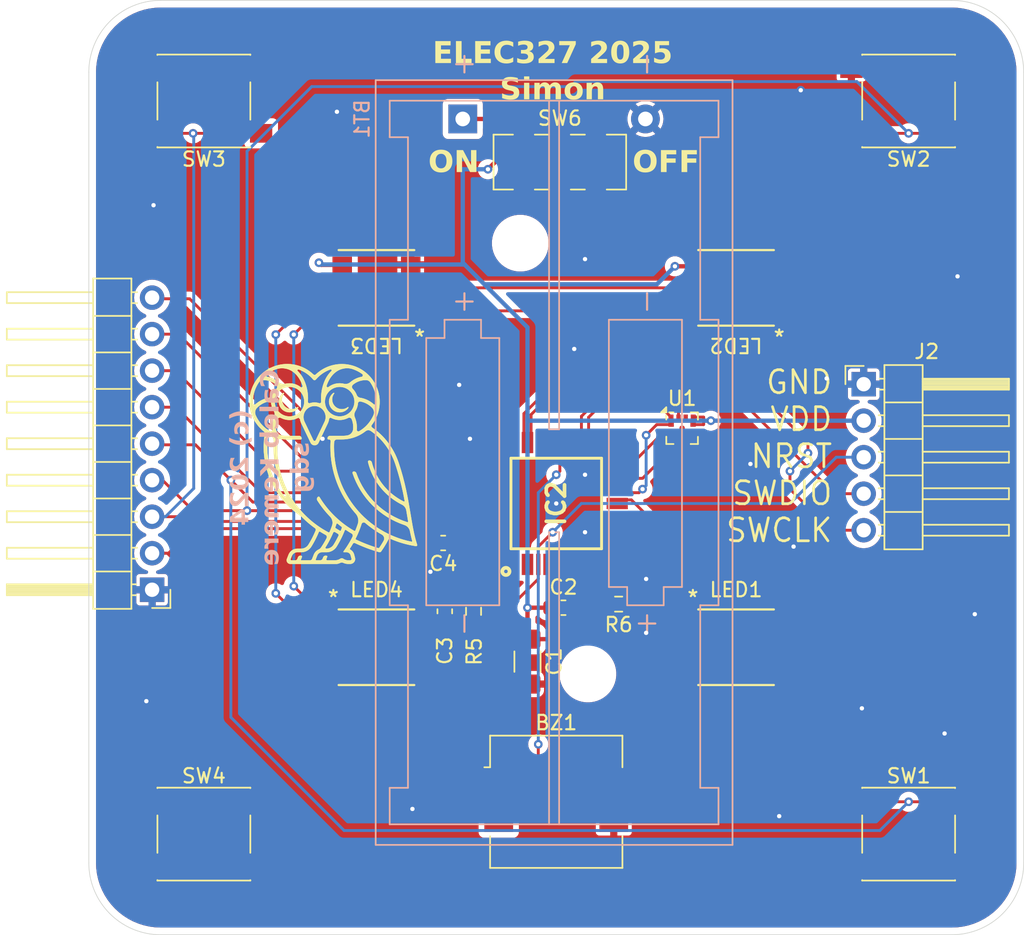
<source format=kicad_pcb>
(kicad_pcb (version 20240108) (generator "pcbnew") (generator_version "8.0")
  (layers (0 "F.Cu" signal) (31 "B.Cu" signal) (34 "B.Paste" user) (35 "F.Paste" user) (36 "B.SilkS" user "B.Silkscreen") (37 "F.SilkS" user "F.Silkscreen") (38 "B.Mask" user) (39 "F.Mask" user) (44 "Edge.Cuts" user))
  (net 0 "")
  (net 4 "SPI1_SCK")
  (net 5 "ACC_INT")
  (net 6 "VDD")
  (net 7 "GND")
  (net 8 "NRST")
  (net 9 "VCORE")
  (net 10 "ROSC")
  (net 11 "LED1_IO")
  (net 12 "LED2_IO")
  (net 13 "LED3_IO")
  (net 14 "LED4_IO")
  (net 15 "BUTTON1_IO")
  (net 16 "BUTTON2_IO")
  (net 17 "BUTTON3_IO")
  (net 18 "BUTTON4_IO")
  (net 19 "BUZZER_IO")
  (net 20 "SWDIO")
  (net 21 "SWCLK")
  (net 23 "SPI0_LED_SCK")
  (net 24 "SPI0_LED_PICO")
  (net 25 "Net-(LED1-COUT)")
  (net 26 "Net-(LED1-DOUT)")
  (net 27 "Net-(LED2-COUT)")
  (net 28 "Net-(LED2-DOUT)")
  (net 29 "Net-(LED3-DOUT)")
  (net 30 "Net-(LED3-COUT)")
  (net 33 "SPI1_POCI")
  (net 34 "SPI1_PICO")
  (net 35 "SPI1_CS0")
  (net 37 "Net-(BT1-+)")
  (footprint "ELEC327-Kicad:BL-HBGR32L-3-TRB-8_AMB" (layer "F.Cu") (at 70 80)
    (property "Reference" "LED4" (at 0 -4 0) (layer "F.SilkS"))
    (property "Value" "BL-HBGR32L-3-TRB-8")
    (fp_text user "*" (at -3 -3.4417 0) (layer "F.SilkS"))
    (pad "1" smd rect (at -2.38125 -1.6002) (size 1.3589 1.143) (layers "F.Cu" "F.Paste" "F.Mask") (net 29 "Net-(LED3-DOUT)"))
    (pad "2" smd rect (at -2.38125 0) (size 1.3589 1.143) (layers "F.Cu" "F.Paste" "F.Mask") (net 30 "Net-(LED3-COUT)"))
    (pad "3" smd rect (at -2.38125 1.6002) (size 1.3589 1.143) (layers "F.Cu" "F.Paste" "F.Mask") (net 7 "GND"))
    (pad "4" smd rect (at 2.38125 1.6002) (size 1.3589 1.143) (layers "F.Cu" "F.Paste" "F.Mask") (net 6 "VDD"))
    (pad "5" smd rect (at 2.38125 0) (size 1.3589 1.143) (layers "F.Cu" "F.Paste" "F.Mask"))
    (pad "6" smd rect (at 2.38125 -1.6002) (size 1.3589 1.143) (layers "F.Cu" "F.Paste" "F.Mask"))
  )
  (footprint "Buzzer_Beeper:Buzzer_CUI_CPT-9019S-SMT" (layer "F.Cu") (at 82.5 90.75)
    (property "Reference" "BZ1" (at 0 -5.5 0) (layer "F.SilkS"))
    (property "Value" "Buzzer")
    (pad "1" smd rect (at -4 0) (size 2 4.2) (layers "F.Cu" "F.Paste" "F.Mask") (net 19 "BUZZER_IO"))
    (pad "2" smd rect (at 4 0) (size 2 4.2) (layers "F.Cu" "F.Paste" "F.Mask") (net 7 "GND"))
  )
  (footprint "Connector_PinHeader_2.54mm:PinHeader_1x09_P2.54mm_Horizontal" (layer "F.Cu") (at 54.4 76 180)
    (property "Reference" "J1" (hide yes))
    (property "Value" "Conn_01x09")
    (pad "1" thru_hole rect (at 0 0 180) (size 1.7 1.7) (drill 1) (layers "*.Cu" "*.Mask") (net 7 "GND"))
    (pad "2" thru_hole oval (at 0 2.54 180) (size 1.7 1.7) (drill 1) (layers "*.Cu" "*.Mask") (net 18 "BUTTON4_IO"))
    (pad "3" thru_hole oval (at 0 5.08 180) (size 1.7 1.7) (drill 1) (layers "*.Cu" "*.Mask") (net 17 "BUTTON3_IO"))
    (pad "4" thru_hole oval (at 0 7.62 180) (size 1.7 1.7) (drill 1) (layers "*.Cu" "*.Mask") (net 16 "BUTTON2_IO"))
    (pad "5" thru_hole oval (at 0 10.16 180) (size 1.7 1.7) (drill 1) (layers "*.Cu" "*.Mask") (net 15 "BUTTON1_IO"))
    (pad "6" thru_hole oval (at 0 12.7 180) (size 1.7 1.7) (drill 1) (layers "*.Cu" "*.Mask") (net 14 "LED4_IO"))
    (pad "7" thru_hole oval (at 0 15.24 180) (size 1.7 1.7) (drill 1) (layers "*.Cu" "*.Mask") (net 13 "LED3_IO"))
    (pad "8" thru_hole oval (at 0 17.78 180) (size 1.7 1.7) (drill 1) (layers "*.Cu" "*.Mask") (net 12 "LED2_IO"))
    (pad "9" thru_hole oval (at 0 20.32 180) (size 1.7 1.7) (drill 1) (layers "*.Cu" "*.Mask") (net 11 "LED1_IO"))
  )
  (footprint "Button_Switch_SMD:SW_SPST_PTS645" (layer "F.Cu") (at 58 42 180)
    (property "Reference" "SW3" (at 0 -4.05 180) (layer "F.SilkS"))
    (property "Value" "SW_DPST")
    (pad "1" smd rect (at -3.98 -2.25 180) (size 1.55 1.3) (layers "F.Cu" "F.Paste" "F.Mask") (net 17 "BUTTON3_IO"))
    (pad "1" smd rect (at 3.98 -2.25 180) (size 1.55 1.3) (layers "F.Cu" "F.Paste" "F.Mask") (net 17 "BUTTON3_IO"))
    (pad "2" smd rect (at -3.98 2.25 180) (size 1.55 1.3) (layers "F.Cu" "F.Paste" "F.Mask") (net 7 "GND"))
    (pad "2" smd rect (at 3.98 2.25 180) (size 1.55 1.3) (layers "F.Cu" "F.Paste" "F.Mask") (net 7 "GND"))
  )
  (footprint "Connector_PinHeader_2.54mm:PinHeader_1x05_P2.54mm_Horizontal" (layer "F.Cu") (at 103.875 61.7)
    (property "Reference" "J2" (at 4.385 -2.27 0) (layer "F.SilkS"))
    (property "Value" "Conn_01x05")
    (pad "1" thru_hole rect (at 0 0) (size 1.7 1.7) (drill 1) (layers "*.Cu" "*.Mask") (net 7 "GND"))
    (pad "2" thru_hole oval (at 0 2.54) (size 1.7 1.7) (drill 1) (layers "*.Cu" "*.Mask") (net 6 "VDD"))
    (pad "3" thru_hole oval (at 0 5.08) (size 1.7 1.7) (drill 1) (layers "*.Cu" "*.Mask") (net 8 "NRST"))
    (pad "4" thru_hole oval (at 0 7.62) (size 1.7 1.7) (drill 1) (layers "*.Cu" "*.Mask") (net 20 "SWDIO"))
    (pad "5" thru_hole oval (at 0 10.16) (size 1.7 1.7) (drill 1) (layers "*.Cu" "*.Mask") (net 21 "SWCLK"))
  )
  (footprint "Capacitor_SMD:C_0603_1608Metric_Pad1.08x0.95mm_HandSolder" (layer "F.Cu") (at 83 77.25)
    (property "Reference" "C2" (at 0 -1.43 0) (layer "F.SilkS"))
    (property "Value" "0.1uF")
    (pad "1" smd roundrect (at -0.8625 0) (size 1.075 0.95) (layers "F.Cu" "F.Paste" "F.Mask") (net 6 "VDD"))
    (pad "2" smd roundrect (at 0.8625 0) (size 1.075 0.95) (layers "F.Cu" "F.Paste" "F.Mask") (net 7 "GND"))
  )
  (footprint "ELEC327-Kicad:QFP50P900X900X160-48N" (layer "F.Cu") (at 82.5 70 90)
    (property "Reference" "IC2" (at 0 0 90) (layer "F.SilkS") (effects (font (size 1.27 1.27) (thickness 0.254))))
    (property "Value" "MSPM0G3507SPTR" (hide yes))
    (pad "1" smd rect (at -4.238 -2.75 180) (size 0.3 1.475) (layers "F.Cu" "F.Paste" "F.Mask"))
    (pad "2" smd rect (at -4.238 -2.25 180) (size 0.3 1.475) (layers "F.Cu" "F.Paste" "F.Mask"))
    (pad "3" smd rect (at -4.238 -1.75 180) (size 0.3 1.475) (layers "F.Cu" "F.Paste" "F.Mask"))
    (pad "4" smd rect (at -4.238 -1.25 180) (size 0.3 1.475) (layers "F.Cu" "F.Paste" "F.Mask") (net 8 "NRST"))
    (pad "5" smd rect (at -4.238 -0.75 180) (size 0.3 1.475) (layers "F.Cu" "F.Paste" "F.Mask"))
    (pad "6" smd rect (at -4.238 -0.25 180) (size 0.3 1.475) (layers "F.Cu" "F.Paste" "F.Mask") (net 6 "VDD"))
    (pad "7" smd rect (at -4.238 0.25 180) (size 0.3 1.475) (layers "F.Cu" "F.Paste" "F.Mask") (net 7 "GND"))
    (pad "8" smd rect (at -4.238 0.75 180) (size 0.3 1.475) (layers "F.Cu" "F.Paste" "F.Mask") (net 10 "ROSC"))
    (pad "9" smd rect (at -4.238 1.25 180) (size 0.3 1.475) (layers "F.Cu" "F.Paste" "F.Mask"))
    (pad "10" smd rect (at -4.238 1.75 180) (size 0.3 1.475) (layers "F.Cu" "F.Paste" "F.Mask"))
    (pad "11" smd rect (at -4.238 2.25 180) (size 0.3 1.475) (layers "F.Cu" "F.Paste" "F.Mask"))
    (pad "12" smd rect (at -4.238 2.75 180) (size 0.3 1.475) (layers "F.Cu" "F.Paste" "F.Mask"))
    (pad "13" smd rect (at -2.75 4.238 90) (size 0.3 1.475) (layers "F.Cu" "F.Paste" "F.Mask"))
    (pad "14" smd rect (at -2.25 4.238 90) (size 0.3 1.475) (layers "F.Cu" "F.Paste" "F.Mask"))
    (pad "15" smd rect (at -1.75 4.238 90) (size 0.3 1.475) (layers "F.Cu" "F.Paste" "F.Mask"))
    (pad "16" smd rect (at -1.25 4.238 90) (size 0.3 1.475) (layers "F.Cu" "F.Paste" "F.Mask"))
    (pad "17" smd rect (at -0.75 4.238 90) (size 0.3 1.475) (layers "F.Cu" "F.Paste" "F.Mask") (net 24 "SPI0_LED_PICO"))
    (pad "18" smd rect (at -0.25 4.238 90) (size 0.3 1.475) (layers "F.Cu" "F.Paste" "F.Mask"))
    (pad "19" smd rect (at 0.25 4.238 90) (size 0.3 1.475) (layers "F.Cu" "F.Paste" "F.Mask") (net 23 "SPI0_LED_SCK"))
    (pad "20" smd rect (at 0.75 4.238 90) (size 0.3 1.475) (layers "F.Cu" "F.Paste" "F.Mask") (net 35 "SPI1_CS0"))
    (pad "21" smd rect (at 1.25 4.238 90) (size 0.3 1.475) (layers "F.Cu" "F.Paste" "F.Mask"))
    (pad "22" smd rect (at 1.75 4.238 90) (size 0.3 1.475) (layers "F.Cu" "F.Paste" "F.Mask") (net 34 "SPI1_PICO"))
    (pad "23" smd rect (at 2.25 4.238 90) (size 0.3 1.475) (layers "F.Cu" "F.Paste" "F.Mask"))
    (pad "24" smd rect (at 2.75 4.238 90) (size 0.3 1.475) (layers "F.Cu" "F.Paste" "F.Mask") (net 33 "SPI1_POCI"))
    (pad "25" smd rect (at 4.238 2.75 180) (size 0.3 1.475) (layers "F.Cu" "F.Paste" "F.Mask"))
    (pad "26" smd rect (at 4.238 2.25 180) (size 0.3 1.475) (layers "F.Cu" "F.Paste" "F.Mask") (net 4 "SPI1_SCK"))
    (pad "27" smd rect (at 4.238 1.75 180) (size 0.3 1.475) (layers "F.Cu" "F.Paste" "F.Mask") (net 5 "ACC_INT"))
    (pad "28" smd rect (at 4.238 1.25 180) (size 0.3 1.475) (layers "F.Cu" "F.Paste" "F.Mask"))
    (pad "29" smd rect (at 4.238 0.75 180) (size 0.3 1.475) (layers "F.Cu" "F.Paste" "F.Mask"))
    (pad "30" smd rect (at 4.238 0.25 180) (size 0.3 1.475) (layers "F.Cu" "F.Paste" "F.Mask") (net 19 "BUZZER_IO"))
    (pad "31" smd rect (at 4.238 -0.25 180) (size 0.3 1.475) (layers "F.Cu" "F.Paste" "F.Mask"))
    (pad "32" smd rect (at 4.238 -0.75 180) (size 0.3 1.475) (layers "F.Cu" "F.Paste" "F.Mask"))
    (pad "33" smd rect (at 4.238 -1.25 180) (size 0.3 1.475) (layers "F.Cu" "F.Paste" "F.Mask"))
    (pad "34" smd rect (at 4.238 -1.75 180) (size 0.3 1.475) (layers "F.Cu" "F.Paste" "F.Mask") (net 20 "SWDIO"))
    (pad "35" smd rect (at 4.238 -2.25 180) (size 0.3 1.475) (layers "F.Cu" "F.Paste" "F.Mask") (net 21 "SWCLK"))
    (pad "36" smd rect (at 4.238 -2.75 180) (size 0.3 1.475) (layers "F.Cu" "F.Paste" "F.Mask") (net 11 "LED1_IO"))
    (pad "37" smd rect (at 2.75 -4.238 90) (size 0.3 1.475) (layers "F.Cu" "F.Paste" "F.Mask") (net 12 "LED2_IO"))
    (pad "38" smd rect (at 2.25 -4.238 90) (size 0.3 1.475) (layers "F.Cu" "F.Paste" "F.Mask") (net 13 "LED3_IO"))
    (pad "39" smd rect (at 1.75 -4.238 90) (size 0.3 1.475) (layers "F.Cu" "F.Paste" "F.Mask"))
    (pad "40" smd rect (at 1.25 -4.238 90) (size 0.3 1.475) (layers "F.Cu" "F.Paste" "F.Mask"))
    (pad "41" smd rect (at 0.75 -4.238 90) (size 0.3 1.475) (layers "F.Cu" "F.Paste" "F.Mask") (net 14 "LED4_IO"))
    (pad "42" smd rect (at 0.25 -4.238 90) (size 0.3 1.475) (layers "F.Cu" "F.Paste" "F.Mask"))
    (pad "43" smd rect (at -0.25 -4.238 90) (size 0.3 1.475) (layers "F.Cu" "F.Paste" "F.Mask") (net 15 "BUTTON1_IO"))
    (pad "44" smd rect (at -0.75 -4.238 90) (size 0.3 1.475) (layers "F.Cu" "F.Paste" "F.Mask") (net 16 "BUTTON2_IO"))
    (pad "45" smd rect (at -1.25 -4.238 90) (size 0.3 1.475) (layers "F.Cu" "F.Paste" "F.Mask") (net 17 "BUTTON3_IO"))
    (pad "46" smd rect (at -1.75 -4.238 90) (size 0.3 1.475) (layers "F.Cu" "F.Paste" "F.Mask") (net 18 "BUTTON4_IO"))
    (pad "47" smd rect (at -2.25 -4.238 90) (size 0.3 1.475) (layers "F.Cu" "F.Paste" "F.Mask"))
    (pad "48" smd rect (at -2.75 -4.238 90) (size 0.3 1.475) (layers "F.Cu" "F.Paste" "F.Mask") (net 9 "VCORE"))
  )
  (footprint "Resistor_SMD:R_0603_1608Metric_Pad0.98x0.95mm_HandSolder" (layer "F.Cu") (at 86.8375 77 180)
    (property "Reference" "R6" (at 0 -1.43 180) (layer "F.SilkS"))
    (property "Value" "100k")
    (pad "1" smd roundrect (at -0.9125 0 180) (size 0.975 0.95) (layers "F.Cu" "F.Paste" "F.Mask") (net 7 "GND"))
    (pad "2" smd roundrect (at 0.9125 0 180) (size 0.975 0.95) (layers "F.Cu" "F.Paste" "F.Mask") (net 10 "ROSC"))
  )
  (footprint "Button_Switch_SMD:SW_SPST_PTS645" (layer "F.Cu") (at 58 93)
    (property "Reference" "SW4" (at 0 -4.05 0) (layer "F.SilkS"))
    (property "Value" "SW_DPST")
    (pad "1" smd rect (at -3.98 -2.25) (size 1.55 1.3) (layers "F.Cu" "F.Paste" "F.Mask") (net 18 "BUTTON4_IO"))
    (pad "1" smd rect (at 3.98 -2.25) (size 1.55 1.3) (layers "F.Cu" "F.Paste" "F.Mask") (net 18 "BUTTON4_IO"))
    (pad "2" smd rect (at -3.98 2.25) (size 1.55 1.3) (layers "F.Cu" "F.Paste" "F.Mask") (net 7 "GND"))
    (pad "2" smd rect (at 3.98 2.25) (size 1.55 1.3) (layers "F.Cu" "F.Paste" "F.Mask") (net 7 "GND"))
  )
  (footprint "ELEC327-Kicad:BL-HBGR32L-3-TRB-8_AMB" (layer "F.Cu") (at 95 80)
    (property "Reference" "LED1" (at 0 -4 0) (layer "F.SilkS"))
    (property "Value" "BL-HBGR32L-3-TRB-8")
    (fp_text user "*" (at -3 -3.4417 0) (layer "F.SilkS"))
    (pad "1" smd rect (at -2.38125 -1.6002) (size 1.3589 1.143) (layers "F.Cu" "F.Paste" "F.Mask") (net 24 "SPI0_LED_PICO"))
    (pad "2" smd rect (at -2.38125 0) (size 1.3589 1.143) (layers "F.Cu" "F.Paste" "F.Mask") (net 23 "SPI0_LED_SCK"))
    (pad "3" smd rect (at -2.38125 1.6002) (size 1.3589 1.143) (layers "F.Cu" "F.Paste" "F.Mask") (net 7 "GND"))
    (pad "4" smd rect (at 2.38125 1.6002) (size 1.3589 1.143) (layers "F.Cu" "F.Paste" "F.Mask") (net 6 "VDD"))
    (pad "5" smd rect (at 2.38125 0) (size 1.3589 1.143) (layers "F.Cu" "F.Paste" "F.Mask") (net 25 "Net-(LED1-COUT)"))
    (pad "6" smd rect (at 2.38125 -1.6002) (size 1.3589 1.143) (layers "F.Cu" "F.Paste" "F.Mask") (net 26 "Net-(LED1-DOUT)"))
  )
  (footprint "Capacitor_SMD:C_0603_1608Metric_Pad1.08x0.95mm_HandSolder" (layer "F.Cu") (at 74.75 77.5 90)
    (property "Reference" "C3" (at -2.75 0 90) (layer "F.SilkS"))
    (property "Value" "10nF")
    (pad "1" smd roundrect (at -0.8625 0 90) (size 1.075 0.95) (layers "F.Cu" "F.Paste" "F.Mask") (net 8 "NRST"))
    (pad "2" smd roundrect (at 0.8625 0 90) (size 1.075 0.95) (layers "F.Cu" "F.Paste" "F.Mask") (net 7 "GND"))
  )
  (footprint "ELEC327-Kicad:RICE_OWL_LOGO" (layer "F.Cu") (at 66.542247 67.296807)
    (property "Reference" "REF**" (hide yes))
    (property "Value" "RICE_OWL_LOGO" (hide yes))
  )
  (footprint "Resistor_SMD:R_0603_1608Metric_Pad0.98x0.95mm_HandSolder" (layer "F.Cu") (at 76.75 77.5 90)
    (property "Reference" "R5" (at -2.8 0.05 90) (layer "F.SilkS"))
    (property "Value" "47k")
    (pad "1" smd roundrect (at -0.9125 0 90) (size 0.975 0.95) (layers "F.Cu" "F.Paste" "F.Mask") (net 8 "NRST"))
    (pad "2" smd roundrect (at 0.9125 0 90) (size 0.975 0.95) (layers "F.Cu" "F.Paste" "F.Mask") (net 6 "VDD"))
  )
  (footprint "Capacitor_SMD:C_1206_3216Metric_Pad1.33x1.80mm_HandSolder" (layer "F.Cu") (at 80.5 81 -90)
    (property "Reference" "C1" (at 0 -1.85 -90) (layer "F.SilkS"))
    (property "Value" "10uF")
    (pad "1" smd roundrect (at -1.5625 0 270) (size 1.325 1.8) (layers "F.Cu" "F.Paste" "F.Mask") (roundrect_rratio 0.188679) (net 6 "VDD"))
    (pad "2" smd roundrect (at 1.5625 0 270) (size 1.325 1.8) (layers "F.Cu" "F.Paste" "F.Mask") (roundrect_rratio 0.188679) (net 7 "GND"))
  )
  (footprint "ELEC327-Kicad:BL-HBGR32L-3-TRB-8_AMB" (layer "F.Cu") (at 95 55 180)
    (property "Reference" "LED2" (at 0 -4 180) (layer "F.SilkS"))
    (property "Value" "BL-HBGR32L-3-TRB-8")
    (fp_text user "*" (at -3 -3.4417 180) (layer "F.SilkS"))
    (pad "1" smd rect (at -2.38125 -1.6002 180) (size 1.3589 1.143) (layers "F.Cu" "F.Paste" "F.Mask") (net 26 "Net-(LED1-DOUT)"))
    (pad "2" smd rect (at -2.38125 0 180) (size 1.3589 1.143) (layers "F.Cu" "F.Paste" "F.Mask") (net 25 "Net-(LED1-COUT)"))
    (pad "3" smd rect (at -2.38125 1.6002 180) (size 1.3589 1.143) (layers "F.Cu" "F.Paste" "F.Mask") (net 7 "GND"))
    (pad "4" smd rect (at 2.38125 1.6002 180) (size 1.3589 1.143) (layers "F.Cu" "F.Paste" "F.Mask") (net 6 "VDD"))
    (pad "5" smd rect (at 2.38125 0 180) (size 1.3589 1.143) (layers "F.Cu" "F.Paste" "F.Mask") (net 27 "Net-(LED2-COUT)"))
    (pad "6" smd rect (at 2.38125 -1.6002 180) (size 1.3589 1.143) (layers "F.Cu" "F.Paste" "F.Mask") (net 28 "Net-(LED2-DOUT)"))
  )
  (footprint "ELEC327-Kicad:BL-HBGR32L-3-TRB-8_AMB" (layer "F.Cu") (at 70 55 180)
    (property "Reference" "LED3" (at 0 -4 180) (layer "F.SilkS"))
    (property "Value" "BL-HBGR32L-3-TRB-8")
    (fp_text user "*" (at -3 -3.4417 180) (layer "F.SilkS"))
    (pad "1" smd rect (at -2.38125 -1.6002 180) (size 1.3589 1.143) (layers "F.Cu" "F.Paste" "F.Mask") (net 28 "Net-(LED2-DOUT)"))
    (pad "2" smd rect (at -2.38125 0 180) (size 1.3589 1.143) (layers "F.Cu" "F.Paste" "F.Mask") (net 27 "Net-(LED2-COUT)"))
    (pad "3" smd rect (at -2.38125 1.6002 180) (size 1.3589 1.143) (layers "F.Cu" "F.Paste" "F.Mask") (net 7 "GND"))
    (pad "4" smd rect (at 2.38125 1.6002 180) (size 1.3589 1.143) (layers "F.Cu" "F.Paste" "F.Mask") (net 6 "VDD"))
    (pad "5" smd rect (at 2.38125 0 180) (size 1.3589 1.143) (layers "F.Cu" "F.Paste" "F.Mask") (net 30 "Net-(LED3-COUT)"))
    (pad "6" smd rect (at 2.38125 -1.6002 180) (size 1.3589 1.143) (layers "F.Cu" "F.Paste" "F.Mask") (net 29 "Net-(LED3-DOUT)"))
  )
  (footprint "Capacitor_SMD:C_0603_1608Metric_Pad1.08x0.95mm_HandSolder" (layer "F.Cu") (at 74.6375 72.75 180)
    (property "Reference" "C4" (at 0 -1.43 180) (layer "F.SilkS"))
    (property "Value" "0.47 uF")
    (pad "1" smd roundrect (at -0.8625 0 180) (size 1.075 0.95) (layers "F.Cu" "F.Paste" "F.Mask") (net 9 "VCORE"))
    (pad "2" smd roundrect (at 0.8625 0 180) (size 1.075 0.95) (layers "F.Cu" "F.Paste" "F.Mask") (net 7 "GND"))
  )
  (footprint "Button_Switch_SMD:SW_SPST_PTS645" (layer "F.Cu") (at 107 42 180)
    (property "Reference" "SW2" (at 0 -4.05 180) (layer "F.SilkS"))
    (property "Value" "SW_DPST")
    (pad "1" smd rect (at -3.98 -2.25 180) (size 1.55 1.3) (layers "F.Cu" "F.Paste" "F.Mask") (net 16 "BUTTON2_IO"))
    (pad "1" smd rect (at 3.98 -2.25 180) (size 1.55 1.3) (layers "F.Cu" "F.Paste" "F.Mask") (net 16 "BUTTON2_IO"))
    (pad "2" smd rect (at -3.98 2.25 180) (size 1.55 1.3) (layers "F.Cu" "F.Paste" "F.Mask") (net 7 "GND"))
    (pad "2" smd rect (at 3.98 2.25 180) (size 1.55 1.3) (layers "F.Cu" "F.Paste" "F.Mask") (net 7 "GND"))
  )
  (footprint "Button_Switch_SMD:SW_DPDT_CK_JS202011JCQN" (layer "F.Cu") (at 82.75 46.25)
    (property "Reference" "SW6" (at 0 -3.05 0) (layer "F.SilkS"))
    (property "Value" "SW_SPDT")
    (pad "1" smd rect (at -2.5 -1.2) (size 1 1.6) (layers "F.Cu" "F.Paste" "F.Mask") (net 6 "VDD"))
    (pad "2" smd rect (at 0 -1.2) (size 1 1.6) (layers "F.Cu" "F.Paste" "F.Mask") (net 37 "Net-(BT1-+)"))
    (pad "3" smd rect (at 2.5 -1.2) (size 1 1.6) (layers "F.Cu" "F.Paste" "F.Mask"))
    (pad "4" smd rect (at -2.5 1.2) (size 1 1.6) (layers "F.Cu" "F.Paste" "F.Mask"))
    (pad "5" smd rect (at 0 1.2) (size 1 1.6) (layers "F.Cu" "F.Paste" "F.Mask"))
    (pad "6" smd rect (at 2.5 1.2) (size 1 1.6) (layers "F.Cu" "F.Paste" "F.Mask"))
  )
  (footprint "Package_LGA:LGA-12_2x2mm_P0.5mm" (layer "F.Cu") (at 91.25 64.7625)
    (property "Reference" "U1" (at 0 -2.075 0) (layer "F.SilkS"))
    (property "Value" "LIS2HH12")
    (pad "1" smd rect (at -0.775 -0.775) (size 0.35 0.35) (layers "F.Cu" "F.Paste" "F.Mask") (net 4 "SPI1_SCK"))
    (pad "2" smd rect (at -0.7625 -0.25) (size 0.375 0.3) (layers "F.Cu" "F.Paste" "F.Mask") (net 35 "SPI1_CS0"))
    (pad "3" smd rect (at -0.7625 0.25) (size 0.375 0.3) (layers "F.Cu" "F.Paste" "F.Mask") (net 33 "SPI1_POCI"))
    (pad "4" smd rect (at -0.775 0.775) (size 0.35 0.35) (layers "F.Cu" "F.Paste" "F.Mask") (net 34 "SPI1_PICO"))
    (pad "5" smd rect (at -0.25 0.7625 90) (size 0.375 0.3) (layers "F.Cu" "F.Paste" "F.Mask") (net 7 "GND"))
    (pad "6" smd rect (at 0.25 0.7625 90) (size 0.375 0.3) (layers "F.Cu" "F.Paste" "F.Mask") (net 7 "GND"))
    (pad "7" smd rect (at 0.775 0.775) (size 0.35 0.35) (layers "F.Cu" "F.Paste" "F.Mask") (net 7 "GND"))
    (pad "8" smd rect (at 0.7625 0.25) (size 0.375 0.3) (layers "F.Cu" "F.Paste" "F.Mask") (net 7 "GND"))
    (pad "9" smd rect (at 0.7625 -0.25) (size 0.375 0.3) (layers "F.Cu" "F.Paste" "F.Mask") (net 6 "VDD"))
    (pad "10" smd rect (at 0.775 -0.775) (size 0.35 0.35) (layers "F.Cu" "F.Paste" "F.Mask") (net 6 "VDD"))
    (pad "11" smd rect (at 0.25 -0.7625 90) (size 0.375 0.3) (layers "F.Cu" "F.Paste" "F.Mask"))
    (pad "12" smd rect (at -0.25 -0.7625 90) (size 0.375 0.3) (layers "F.Cu" "F.Paste" "F.Mask") (net 5 "ACC_INT"))
  )
  (footprint "Button_Switch_SMD:SW_SPST_PTS645" (layer "F.Cu") (at 107 93)
    (property "Reference" "SW1" (at 0 -4.05 0) (layer "F.SilkS"))
    (property "Value" "SW_DPST")
    (pad "1" smd rect (at -3.98 -2.25) (size 1.55 1.3) (layers "F.Cu" "F.Paste" "F.Mask") (net 15 "BUTTON1_IO"))
    (pad "1" smd rect (at 3.98 -2.25) (size 1.55 1.3) (layers "F.Cu" "F.Paste" "F.Mask") (net 15 "BUTTON1_IO"))
    (pad "2" smd rect (at -3.98 2.25) (size 1.55 1.3) (layers "F.Cu" "F.Paste" "F.Mask") (net 7 "GND"))
    (pad "2" smd rect (at 3.98 2.25) (size 1.55 1.3) (layers "F.Cu" "F.Paste" "F.Mask") (net 7 "GND"))
  )
  (footprint "Battery:BatteryHolder_Keystone_2468_2xAAA" (layer "B.Cu") (at 76 43.25 -90)
    (property "Reference" "BT1" (at 0 7 90) (layer "B.SilkS") (effects (justify mirror)))
    (property "Value" "Battery_Cell")
    (fp_text user "+" (at 35.1 -12.7 90) (layer "B.SilkS") (effects (font (size 1.5 1.5)) (justify mirror)))
    (fp_text user "-" (at -3.81 -12.7 90) (layer "B.SilkS") (effects (font (size 1.5 1.5)) (justify mirror)))
    (fp_text user "+" (at 12.7 0 90) (layer "B.SilkS") (effects (font (size 1.5 1.5)) (justify mirror)))
    (fp_text user "+" (at -3.81 0 90) (layer "B.SilkS") (effects (font (size 1.5 1.5)) (justify mirror)))
    (fp_text user "-" (at 35.1 0 90) (layer "B.SilkS") (effects (font (size 1.5 1.5)) (justify mirror)))
    (fp_text user "-" (at 12.7 -12.7 90) (layer "B.SilkS") (effects (font (size 1.5 1.5)) (justify mirror)))
    (pad "" np_thru_hole circle (at 8.64 -4 270) (size 3.45 3.45) (drill 3.45) (layers "*.Cu"))
    (pad "" np_thru_hole circle (at 38.61 -8.7 270) (size 3.45 3.45) (drill 3.45) (layers "*.Cu" "*.Mask"))
    (pad "1" thru_hole rect (at 0 0 270) (size 2 2) (drill 1.02) (layers "*.Cu" "*.Mask") (net 37 "Net-(BT1-+)"))
    (pad "2" thru_hole circle (at 0 -12.7 270) (size 2 2) (drill 1.02) (layers "*.Cu" "*.Mask") (net 7 "GND"))
  )
  (gr_arc (start 55 100) (mid 51.464466 98.535534) (end 50 95) (stroke (width 0.05)) (layer "Edge.Cuts"))
  (gr_line (start 50 95) (end 50 40) (stroke (width 0.05)) (layer "Edge.Cuts"))
  (gr_line (start 115 40) (end 115 95) (stroke (width 0.05)) (layer "Edge.Cuts"))
  (gr_line (start 110 100) (end 55 100) (stroke (width 0.05)) (layer "Edge.Cuts"))
  (gr_arc (start 115 95) (mid 113.535534 98.535534) (end 110 100) (stroke (width 0.05)) (layer "Edge.Cuts"))
  (gr_arc (start 50 40) (mid 51.464466 36.464466) (end 55 35) (stroke (width 0.05)) (layer "Edge.Cuts"))
  (gr_line (start 55 35) (end 110 35) (stroke (width 0.05)) (layer "Edge.Cuts"))
  (gr_arc (start 110 35) (mid 113.535534 36.464466) (end 115 40) (stroke (width 0.05)) (layer "Edge.Cuts"))
  (gr_text "(c) 2024\nCaleb Kemere\nsdg\n" (at 65.5 67.5 90) (layer "B.SilkS") (effects (font (size 1.25 1.25) (thickness 0.2) (bold yes)) (justify bottom mirror)))
  (gr_text "ON" (at 73.6 47.2 0) (layer "F.SilkS") (effects (font (size 1.5 1.5) (thickness 0.3) (bold yes)) (justify left bottom)))
  (gr_text "ELEC327 2025\nSimon" (at 82.25 40 0) (layer "F.SilkS") (effects (font (size 1.5 1.5) (thickness 0.2) (bold yes))))
  (gr_text "GND\nVDD\nNRST\nSWDIO\nSWCLK\n" (at 101.8 72.8 0) (layer "F.SilkS") (effects (font (size 1.6 1.5) (thickness 0.1875)) (justify right bottom)))
  (gr_text "OFF\n" (at 87.8 47.2 0) (layer "F.SilkS") (effects (font (size 1.5 1.5) (thickness 0.3) (bold yes)) (justify left bottom)))
  (segment (start 84.75 65.762) (end 84.75 64) (width 0.2) (layer "F.Cu") (net 4))
  (segment (start 84.75 64) (end 85.25 63.5) (width 0.2) (layer "F.Cu") (net 4))
  (segment (start 85.25 63.5) (end 89.9875 63.5) (width 0.2) (layer "F.Cu") (net 4))
  (segment (start 89.9875 63.5) (end 90.475 63.9875) (width 0.2) (layer "F.Cu") (net 4))
  (segment (start 85.184314 63) (end 90.5 63) (width 0.2) (layer "F.Cu") (net 5))
  (segment (start 84.25 65.762) (end 84.25 63.934314) (width 0.2) (layer "F.Cu") (net 5))
  (segment (start 84.25 63.934314) (end 85.184314 63) (width 0.2) (layer "F.Cu") (net 5))
  (segment (start 90.5 63) (end 91 63.5) (width 0.2) (layer "F.Cu") (net 5))
  (segment (start 91 63.5) (end 91 64) (width 0.2) (layer "F.Cu") (net 5))
  (segment (start 92.51855 53.5) (end 92.61875 53.3998) (width 0.3) (layer "F.Cu") (net 6))
  (segment (start 92.75 64.5) (end 92.7375 64.5125) (width 0.2) (layer "F.Cu") (net 6))
  (segment (start 97.38125 82.61875) (end 96 84) (width 0.3) (layer "F.Cu") (net 6))
  (segment (start 72.38125 81.6002) (end 76.6498 81.6002) (width 0.3) (layer "F.Cu") (net 6))
  (segment (start 82.1375 77.25) (end 80.5 77.25) (width 0.3) (layer "F.Cu") (net 6))
  (segment (start 80.5 79.4375) (end 80.5 77.25) (width 0.3) (layer "F.Cu") (net 6))
  (segment (start 66.1498 53.3998) (end 66 53.25) (width 0.3) (layer "F.Cu") (net 6))
  (segment (start 92.75 64) (end 92.75 64.25) (width 0.2) (layer "F.Cu") (net 6))
  (segment (start 92.75 64.25) (end 93.24 64.25) (width 0.2) (layer "F.Cu") (net 6))
  (segment (start 93.24 64.25) (end 93.25 64.24) (width 0.2) (layer "F.Cu") (net 6))
  (segment (start 82.25 77.1375) (end 82.1375 77.25) (width 0.3) (layer "F.Cu") (net 6))
  (segment (start 92.75 64.25) (end 92.75 64.5) (width 0.2) (layer "F.Cu") (net 6))
  (segment (start 97.38125 81.6002) (end 97.38125 82.61875) (width 0.3) (layer "F.Cu") (net 6))
  (segment (start 96 84) (end 91.5 84) (width 0.3) (layer "F.Cu") (net 6))
  (segment (start 67.61875 53.3998) (end 66.1498 53.3998) (width 0.3) (layer "F.Cu") (net 6))
  (segment (start 90.75 53.5) (end 92.51855 53.5) (width 0.3) (layer "F.Cu") (net 6))
  (segment (start 78.8125 79.4375) (end 80.5 79.4375) (width 0.3) (layer "F.Cu") (net 6))
  (segment (start 79.45 45.05) (end 77.75 46.75) (width 0.3) (layer "F.Cu") (net 6))
  (segment (start 92.7375 63.9875) (end 92.75 64) (width 0.2) (layer "F.Cu") (net 6))
  (segment (start 82.25 74.238) (end 82.25 77.1375) (width 0.3) (layer "F.Cu") (net 6))
  (segment (start 92.025 63.9875) (end 92.7375 63.9875) (width 0.2) (layer "F.Cu") (net 6))
  (segment (start 86.9375 79.4375) (end 80.5 79.4375) (width 0.3) (layer "F.Cu") (net 6))
  (segment (start 76.6498 81.6002) (end 78.8125 79.4375) (width 0.3) (layer "F.Cu") (net 6))
  (segment (start 92.7375 64.5125) (end 92.0125 64.5125) (width 0.2) (layer "F.Cu") (net 6))
  (segment (start 91.5 84) (end 86.9375 79.4375) (width 0.3) (layer "F.Cu") (net 6))
  (segment (start 80.25 45.05) (end 79.45 45.05) (width 0.3) (layer "F.Cu") (net 6))
  (via (at 77.75 46.75) (size 0.6) (drill 0.3) (layers "F.Cu" "B.Cu") (net 6))
  (via (at 66 53.25) (size 0.6) (drill 0.3) (layers "F.Cu" "B.Cu") (net 6))
  (via (at 80.5 77.25) (size 0.6) (drill 0.3) (layers "F.Cu" "B.Cu") (net 6))
  (via (at 93.25 64.24) (size 0.6) (drill 0.3) (layers "F.Cu" "B.Cu") (net 6))
  (via (at 90.75 53.5) (size 0.6) (drill 0.3) (layers "F.Cu" "B.Cu") (net 6))
  (segment (start 77.5 54.75) (end 80.5 57.75) (width 0.3) (layer "B.Cu") (net 6))
  (segment (start 93.25 64.24) (end 80.51 64.24) (width 0.3) (layer "B.Cu") (net 6))
  (segment (start 76 46.75) (end 76 53.25) (width 0.3) (layer "B.Cu") (net 6))
  (segment (start 103.875 64.24) (end 93.25 64.24) (width 0.3) (layer "B.Cu") (net 6))
  (segment (start 76 53.25) (end 76.125 53.375) (width 0.3) (layer "B.Cu") (net 6))
  (segment (start 76.125 53.375) (end 77.5 54.75) (width 0.3) (layer "B.Cu") (net 6))
  (segment (start 80.5 64.25) (end 80.5 77.25) (width 0.3) (layer "B.Cu") (net 6))
  (segment (start 77.5 54.75) (end 89.5 54.75) (width 0.3) (layer "B.Cu") (net 6))
  (segment (start 76.125 53.375) (end 66.125 53.375) (width 0.3) (layer "B.Cu") (net 6))
  (segment (start 76 46.75) (end 77.75 46.75) (width 0.3) (layer "B.Cu") (net 6))
  (segment (start 89.5 54.75) (end 90.75 53.5) (width 0.3) (layer "B.Cu") (net 6))
  (segment (start 80.5 57.75) (end 80.5 64.25) (width 0.3) (layer "B.Cu") (net 6))
  (segment (start 66.125 53.375) (end 66 53.25) (width 0.3) (layer "B.Cu") (net 6))
  (segment (start 92.0125 65.0125) (end 92.7125 65.0125) (width 0.2) (layer "F.Cu") (net 7))
  (segment (start 91.5 66.5) (end 91.5 65.525) (width 0.2) (layer "F.Cu") (net 7))
  (segment (start 91.25 66.75) (end 91.5 66.5) (width 0.2) (layer "F.Cu") (net 7))
  (segment (start 92.7625 65.5375) (end 92.025 65.5375) (width 0.2) (layer "F.Cu") (net 7))
  (segment (start 92.9 65.4) (end 92.7625 65.5375) (width 0.2) (layer "F.Cu") (net 7))
  (segment (start 91 65.525) (end 91 66.5) (width 0.2) (layer "F.Cu") (net 7))
  (segment (start 82.75 74.238) (end 82.75 72.75) (width 0.3) (layer "F.Cu") (net 7))
  (segment (start 92.9 65.2) (end 92.9 65.4) (width 0.2) (layer "F.Cu") (net 7))
  (segment (start 92.7125 65.0125) (end 92.9 65.2) (width 0.2) (layer "F.Cu") (net 7))
  (segment (start 82.75 72.75) (end 82.8 72.7) (width 0.3) (layer "F.Cu") (net 7))
  (segment (start 91 66.5) (end 91.25 66.75) (width 0.2) (layer "F.Cu") (net 7))
  (via (at 88.75 75.25) (size 0.6) (drill 0.3) (layers "F.Cu" "B.Cu") (net 7))
  (via (at 84.5 72) (size 0.6) (drill 0.3) (layers "F.Cu" "B.Cu") (net 7))
  (via (at 84.5 53) (size 0.6) (drill 0.3) (layers "F.Cu" "B.Cu") (net 7))
  (via (at 66.25 65.5) (size 0.6) (drill 0.3) (layers "F.Cu" "B.Cu") (net 7))
  (via (at 54.5 49.25) (size 0.6) (drill 0.3) (layers "F.Cu" "B.Cu") (net 7))
  (via (at 103.75 84.25) (size 0.6) (drill 0.3) (layers "F.Cu" "B.Cu") (net 7))
  (via (at 72.5 91.25) (size 0.6) (drill 0.3) (layers "F.Cu" "B.Cu") (net 7))
  (via (at 101.3 61.3) (size 0.6) (drill 0.3) (layers "F.Cu" "B.Cu") (net 7))
  (via (at 54 83.75) (size 0.6) (drill 0.3) (layers "F.Cu" "B.Cu") (net 7))
  (via (at 83.75 59.25) (size 0.6) (drill 0.3) (layers "F.Cu" "B.Cu") (net 7))
  (via (at 99.5 41.25) (size 0.6) (drill 0.3) (layers "F.Cu" "B.Cu") (net 7))
  (via (at 88.75 79) (size 0.6) (drill 0.3) (layers "F.Cu" "B.Cu") (net 7))
  (via (at 98 91.75) (size 0.6) (drill 0.3) (layers "F.Cu" "B.Cu") (net 7))
  (via (at 96 67.25) (size 0.6) (drill 0.3) (layers "F.Cu" "B.Cu") (net 7))
  (via (at 73.75 74.75) (size 0.6) (drill 0.3) (layers "F.Cu" "B.Cu") (net 7))
  (via (at 67.25 42.75) (size 0.6) (drill 0.3) (layers "F.Cu" "B.Cu") (net 7))
  (via (at 110.4 54.2) (size 0.6) (drill 0.3) (layers "F.Cu" "B.Cu") (net 7))
  (via (at 99 73) (size 0.6) (drill 0.3) (layers "F.Cu" "B.Cu") (net 7))
  (via (at 76.5 65.5) (size 0.6) (drill 0.3) (layers "F.Cu" "B.Cu") (net 7))
  (via (at 111.6 77.7) (size 0.6) (drill 0.3) (layers "F.Cu" "B.Cu") (net 7))
  (via (at 82.5 70) (size 0.6) (drill 0.3) (layers "F.Cu" "B.Cu") (net 7))
  (via (at 84.5 68) (size 0.6) (drill 0.3) (layers "F.Cu" "B.Cu") (net 7))
  (via (at 109.5 86) (size 0.6) (drill 0.3) (layers "F.Cu" "B.Cu") (net 7))
  (via (at 75.75 61.75) (size 0.6) (drill 0.3) (layers "F.Cu" "B.Cu") (net 7))
  (segment (start 75.75 78.4125) (end 78.0875 78.4125) (width 0.2) (layer "F.Cu") (net 8))
  (segment (start 78.0875 78.4125) (end 81.25 75.25) (width 0.2) (layer "F.Cu") (net 8))
  (segment (start 82.25 72) (end 81.25 73) (width 0.2) (layer "F.Cu") (net 8))
  (segment (start 75.7 78.3625) (end 75.75 78.4125) (width 0.2) (layer "F.Cu") (net 8))
  (segment (start 81.25 75.25) (end 81.25 74.238) (width 0.2) (layer "F.Cu") (net 8))
  (segment (start 74.75 78.3625) (end 75.7 78.3625) (width 0.2) (layer "F.Cu") (net 8))
  (segment (start 81.25 73) (end 81.25 74.238) (width 0.2) (layer "F.Cu") (net 8))
  (via (at 82.25 72) (size 0.6) (drill 0.3) (layers "F.Cu" "B.Cu") (net 8))
  (segment (start 98.75 70) (end 101.97 66.78) (width 0.2) (layer "B.Cu") (net 8))
  (segment (start 101.97 66.78) (end 103.875 66.78) (width 0.2) (layer "B.Cu") (net 8))
  (segment (start 84.25 70) (end 98.75 70) (width 0.2) (layer "B.Cu") (net 8))
  (segment (start 82.25 72) (end 84.25 70) (width 0.2) (layer "B.Cu") (net 8))
  (segment (start 78.262 72.75) (end 75.5 72.75) (width 0.2) (layer "F.Cu") (net 9))
  (segment (start 84.725 75.8) (end 85.925 77) (width 0.2) (layer "F.Cu") (net 10))
  (segment (start 83.7 75.8) (end 84.725 75.8) (width 0.2) (layer "F.Cu") (net 10))
  (segment (start 83.25 74.238) (end 83.25 75.35) (width 0.2) (layer "F.Cu") (net 10))
  (segment (start 83.25 75.35) (end 83.7 75.8) (width 0.2) (layer "F.Cu") (net 10))
  (segment (start 79 64) (end 65.25 64) (width 0.2) (layer "F.Cu") (net 11))
  (segment (start 57.01 55.76) (end 54.48 55.76) (width 0.2) (layer "F.Cu") (net 11))
  (segment (start 79.75 65.762) (end 79.75 64.75) (width 0.2) (layer "F.Cu") (net 11))
  (segment (start 54.48 55.76) (end 54.4 55.68) (width 0.2) (layer "F.Cu") (net 11))
  (segment (start 79.75 64.75) (end 79 64) (width 0.2) (layer "F.Cu") (net 11))
  (segment (start 65.25 64) (end 57.01 55.76) (width 0.2) (layer "F.Cu") (net 11))
  (segment (start 65.25 67.25) (end 78.262 67.25) (width 0.2) (layer "F.Cu") (net 12))
  (segment (start 56.22 58.22) (end 65.25 67.25) (width 0.2) (layer "F.Cu") (net 12))
  (segment (start 56.22 58.22) (end 54.4 58.22) (width 0.2) (layer "F.Cu") (net 12))
  (segment (start 78.262 67.75) (end 63 67.75) (width 0.2) (layer "F.Cu") (net 13))
  (segment (start 56.01 60.76) (end 54.4 60.76) (width 0.2) (layer "F.Cu") (net 13))
  (segment (start 63 67.75) (end 56.01 60.76) (width 0.2) (layer "F.Cu") (net 13))
  (segment (start 62 69.25) (end 56.05 63.3) (width 0.2) (layer "F.Cu") (net 14))
  (segment (start 56.05 63.3) (end 54.4 63.3) (width 0.2) (layer "F.Cu") (net 14))
  (segment (start 78.262 69.25) (end 62 69.25) (width 0.2) (layer "F.Cu") (net 14))
  (segment (start 72.65 69.9) (end 61.4 69.9) (width 0.2) (layer "F.Cu") (net 15))
  (segment (start 73 70.25) (end 72.65 69.9) (width 0.2) (layer "F.Cu") (net 15))
  (segment (start 110.98 90.75) (end 107 90.75) (width 0.2) (layer "F.Cu") (net 15))
  (segment (start 107 90.75) (end 103.02 90.75) (width 0.2) (layer "F.Cu") (net 15))
  (segment (start 78.262 70.25) (end 73 70.25) (width 0.2) (layer "F.Cu") (net 15))
  (segment (start 61.4 69.9) (end 59.875 68.375) (width 0.2) (layer "F.Cu") (net 15))
  (segment (start 54.4 65.84) (end 54.48 65.92) (width 0.2) (layer "F.Cu") (net 15))
  (segment (start 54.48 65.92) (end 57.42 65.92) (width 0.2) (layer "F.Cu") (net 15))
  (segment (start 57.42 65.92) (end 59.875 68.375) (width 0.2) (layer "F.Cu") (net 15))
  (via (at 107 90.75) (size 0.6) (drill 0.3) (layers "F.Cu" "B.Cu") (net 15))
  (via (at 59.875 68.375) (size 0.6) (drill 0.3) (layers "F.Cu" "B.Cu") (net 15))
  (segment (start 67.75 92.75) (end 105 92.75) (width 0.2) (layer "B.Cu") (net 15))
  (segment (start 59.875 68.375) (end 59.875 84.875) (width 0.2) (layer "B.Cu") (net 15))
  (segment (start 105 92.75) (end 107 90.75) (width 0.2) (layer "B.Cu") (net 15))
  (segment (start 59.875 84.875) (end 67.75 92.75) (width 0.2) (layer "B.Cu") (net 15))
  (segment (start 72 70.5) (end 61 70.5) (width 0.2) (layer "F.Cu") (net 16))
  (segment (start 107 44.25) (end 103.02 44.25) (width 0.2) (layer "F.Cu") (net 16))
  (segment (start 55.13 68.38) (end 54.4 68.38) (width 0.2) (layer "F.Cu") (net 16))
  (segment (start 57.25 70.5) (end 55.13 68.38) (width 0.2) (layer "F.Cu") (net 16))
  (segment (start 72.25 70.75) (end 72 70.5) (width 0.2) (layer "F.Cu") (net 16))
  (segment (start 107.25 44.25) (end 107 44.25) (width 0.2) (layer "F.Cu") (net 16))
  (segment (start 61 70.5) (end 57.25 70.5) (width 0.2) (layer "F.Cu") (net 16))
  (segment (start 110.98 44.25) (end 107.25 44.25) (width 0.2) (layer "F.Cu") (net 16))
  (segment (start 78.262 70.75) (end 72.25 70.75) (width 0.2) (layer "F.Cu") (net 16))
  (via (at 107 44.25) (size 0.6) (drill 0.3) (layers "F.Cu" "B.Cu") (net 16))
  (via (at 61 70.5) (size 0.6) (drill 0.3) (layers "F.Cu" "B.Cu") (net 16))
  (segment (start 61 70.5) (end 61 45.5) (width 0.2) (layer "B.Cu") (net 16))
  (segment (start 83.85 40.65) (end 103.4 40.65) (width 0.2) (layer "B.Cu") (net 16))
  (segment (start 61 45.5) (end 65.5 41) (width 0.2) (layer "B.Cu") (net 16))
  (segment (start 65.5 41) (end 83.5 41) (width 0.2) (layer "B.Cu") (net 16))
  (segment (start 83.5 41) (end 83.85 40.65) (width 0.2) (layer "B.Cu") (net 16))
  (segment (start 103.4 40.65) (end 107 44.25) (width 0.2) (layer "B.Cu") (net 16))
  (segment (start 56.42 70.92) (end 54.4 70.92) (width 0.2) (layer "F.Cu") (net 17))
  (segment (start 61.98 44.25) (end 57.25 44.25) (width 0.2) (layer "F.Cu") (net 17))
  (segment (start 57.25 44.25) (end 54.02 44.25) (width 0.2) (layer "F.Cu") (net 17))
  (segment (start 78.262 71.25) (end 56.75 71.25) (width 0.2) (layer "F.Cu") (net 17))
  (segment (start 56.75 71.25) (end 56.42 70.92) (width 0.2) (layer "F.Cu") (net 17))
  (via (at 57.25 44.25) (size 0.6) (drill 0.3) (layers "F.Cu" "B.Cu") (net 17))
  (segment (start 55.33 70.92) (end 54.4 70.92) (width 0.2) (layer "B.Cu") (net 17))
  (segment (start 57.25 44.25) (end 57.295 44.295) (width 0.2) (layer "B.Cu") (net 17))
  (segment (start 57.295 44.295) (end 57.295 68.955) (width 0.2) (layer "B.Cu") (net 17))
  (segment (start 57.295 68.955) (end 55.33 70.92) (width 0.2) (layer "B.Cu") (net 17))
  (segment (start 54.4 73.46) (end 55.54 73.46) (width 0.2) (layer "F.Cu") (net 18))
  (segment (start 55.46 73.46) (end 57 75) (width 0.2) (layer "F.Cu") (net 18))
  (segment (start 54.02 90.75) (end 58 90.75) (width 0.2) (layer "F.Cu") (net 18))
  (segment (start 57.25 71.75) (end 78.262 71.75) (width 0.2) (layer "F.Cu") (net 18))
  (segment (start 54.4 73.46) (end 55.46 73.46) (width 0.2) (layer "F.Cu") (net 18))
  (segment (start 57 86.25) (end 58 87.25) (width 0.2) (layer "F.Cu") (net 18))
  (segment (start 58 90.75) (end 61.98 90.75) (width 0.2) (layer "F.Cu") (net 18))
  (segment (start 58 87.25) (end 58 90.75) (width 0.2) (layer "F.Cu") (net 18))
  (segment (start 57 75) (end 57 86.25) (width 0.2) (layer "F.Cu") (net 18))
  (segment (start 55.54 73.46) (end 57.25 71.75) (width 0.2) (layer "F.Cu") (net 18))
  (segment (start 81 90.75) (end 81.25 90.5) (width 0.2) (layer "F.Cu") (net 19))
  (segment (start 82.75 67.75) (end 82.75 65.762) (width 0.2) (layer "F.Cu") (net 19))
  (segment (start 78.5 90.75) (end 81 90.75) (width 0.2) (layer "F.Cu") (net 19))
  (segment (start 82.5 68) (end 82.75 67.75) (width 0.2) (layer "F.Cu") (net 19))
  (segment (start 81.25 90.5) (end 81.25 86.75) (width 0.2) (layer "F.Cu") (net 19))
  (via (at 82.5 68) (size 0.6) (drill 0.3) (layers "F.Cu" "B.Cu") (net 19))
  (via (at 81.25 86.75) (size 0.6) (drill 0.3) (layers "F.Cu" "B.Cu") (net 19))
  (segment (start 81.25 69.25) (end 81.25 86.75) (width 0.2) (layer "B.Cu") (net 19))
  (segment (start 82.5 68) (end 81.25 69.25) (width 0.2) (layer "B.Cu") (net 19))
  (segment (start 82.665686 61.9) (end 94.4 61.9) (width 0.2) (layer "F.Cu") (net 20))
  (segment (start 101.82 69.32) (end 103.875 69.32) (width 0.2) (layer "F.Cu") (net 20))
  (segment (start 80.75 63.815686) (end 82.665686 61.9) (width 0.2) (layer "F.Cu") (net 20))
  (segment (start 94.4 61.9) (end 101.82 69.32) (width 0.2) (layer "F.Cu") (net 20))
  (segment (start 80.75 65.762) (end 80.75 63.815686) (width 0.2) (layer "F.Cu") (net 20))
  (segment (start 80.25 63.75) (end 80.25 65.762) (width 0.2) (layer "F.Cu") (net 21))
  (segment (start 100 65.75) (end 95.75 61.5) (width 0.2) (layer "F.Cu") (net 21))
  (segment (start 82.5 61.5) (end 80.25 63.75) (width 0.2) (layer "F.Cu") (net 21))
  (segment (start 101.61 71.86) (end 103.875 71.86) (width 0.2) (layer "F.Cu") (net 21))
  (segment (start 100 66.5) (end 100 65.75) (width 0.2) (layer "F.Cu") (net 21))
  (segment (start 98.75 69) (end 101.61 71.86) (width 0.2) (layer "F.Cu") (net 21))
  (segment (start 98.75 67.75) (end 98.75 69) (width 0.2) (layer "F.Cu") (net 21))
  (segment (start 95.75 61.5) (end 82.5 61.5) (width 0.2) (layer "F.Cu") (net 21))
  (via (at 100 66.5) (size 0.6) (drill 0.3) (layers "F.Cu" "B.Cu") (net 21))
  (via (at 98.75 67.75) (size 0.6) (drill 0.3) (layers "F.Cu" "B.Cu") (net 21))
  (segment (start 98.75 67.75) (end 100 66.5) (width 0.2) (layer "B.Cu") (net 21))
  (segment (start 86.738 69.75) (end 87.7255 69.75) (width 0.2) (layer "F.Cu") (net 23))
  (segment (start 87.7255 69.75) (end 95.25 77.2745) (width 0.2) (layer "F.Cu") (net 23))
  (segment (start 95.25 78.25) (end 93.5 80) (width 0.2) (layer "F.Cu") (net 23))
  (segment (start 95.25 77.2745) (end 95.25 78.25) (width 0.2) (layer "F.Cu") (net 23))
  (segment (start 93.5 80) (end 92.61875 80) (width 0.2) (layer "F.Cu") (net 23))
  (segment (start 92.4755 75.5) (end 92.5 75.5) (width 0.2) (layer "F.Cu") (net 24))
  (segment (start 86.738 70.75) (end 87.7255 70.75) (width 0.2) (layer "F.Cu") (net 24))
  (segment (start 87.7255 70.75) (end 92.4755 75.5) (width 0.2) (layer "F.Cu") (net 24))
  (segment (start 92.61875 75.61875) (end 92.61875 78.3998) (width 0.2) (layer "F.Cu") (net 24))
  (segment (start 92.5 75.5) (end 92.61875 75.61875) (width 0.2) (layer "F.Cu") (net 24))
  (segment (start 105 80) (end 109.5 75.5) (width 0.2) (layer "F.Cu") (net 25))
  (segment (start 105 55) (end 97.38125 55) (width 0.2) (layer "F.Cu") (net 25))
  (segment (start 109.5 59.5) (end 105 55) (width 0.2) (layer "F.Cu") (net 25))
  (segment (start 97.38125 80) (end 105 80) (width 0.2) (layer "F.Cu") (net 25))
  (segment (start 109.5 75.5) (end 109.5 59.5) (width 0.2) (layer "F.Cu") (net 25))
  (segment (start 104.3502 78.3998) (end 97.38125 78.3998) (width 0.2) (layer "F.Cu") (net 26))
  (segment (start 103.8502 56.6002) (end 107.5 60.25) (width 0.2) (layer "F.Cu") (net 26))
  (segment (start 107.5 60.25) (end 107.5 75.25) (width 0.2) (layer "F.Cu") (net 26))
  (segment (start 97.38125 56.6002) (end 103.8502 56.6002) (width 0.2) (layer "F.Cu") (net 26))
  (segment (start 107.5 75.25) (end 104.3502 78.3998) (width 0.2) (layer "F.Cu") (net 26))
  (segment (start 92.61875 55) (end 72.38125 55) (width 0.2) (layer "F.Cu") (net 27))
  (segment (start 92.61875 56.6002) (end 72.38125 56.6002) (width 0.2) (layer "F.Cu") (net 28))
  (segment (start 67.61875 78.3998) (end 66.8998 78.3998) (width 0.2) (layer "F.Cu") (net 29))
  (segment (start 66.8998 78.3998) (end 64.25 75.75) (width 0.2) (layer "F.Cu") (net 29))
  (segment (start 65.8998 56.6002) (end 64.25 58.25) (width 0.2) (layer "F.Cu") (net 29))
  (segment (start 67.61875 56.6002) (end 65.8998 56.6002) (width 0.2) (layer "F.Cu") (net 29))
  (via (at 64.25 58.25) (size 0.6) (drill 0.3) (layers "F.Cu" "B.Cu") (net 29))
  (via (at 64.25 75.75) (size 0.6) (drill 0.3) (layers "F.Cu" "B.Cu") (net 29))
  (segment (start 64.25 75.75) (end 64.25 58.25) (width 0.2) (layer "B.Cu") (net 29))
  (segment (start 67.61875 55) (end 66.25 55) (width 0.2) (layer "F.Cu") (net 30))
  (segment (start 67.61875 80) (end 66.75 80) (width 0.2) (layer "F.Cu") (net 30))
  (segment (start 66.75 80) (end 63 76.25) (width 0.2) (layer "F.Cu") (net 30))
  (segment (start 66.25 55) (end 63 58.25) (width 0.2) (layer "F.Cu") (net 30))
  (via (at 63 58.25) (size 0.6) (drill 0.3) (layers "F.Cu" "B.Cu") (net 30))
  (via (at 63 76.25) (size 0.6) (drill 0.3) (layers "F.Cu" "B.Cu") (net 30))
  (segment (start 63 76.25) (end 63 58.25) (width 0.2) (layer "B.Cu") (net 30))
  (segment (start 86.738 67.25) (end 87.75 67.25) (width 0.2) (layer "F.Cu") (net 33))
  (segment (start 87.75 67.25) (end 89.9875 65.0125) (width 0.2) (layer "F.Cu") (net 33))
  (segment (start 89.9875 65.0125) (end 90.4875 65.0125) (width 0.2) (layer "F.Cu") (net 33))
  (segment (start 90.475 66.275) (end 90.475 65.5375) (width 0.2) (layer "F.Cu") (net 34))
  (segment (start 88.5 68.25) (end 90.475 66.275) (width 0.2) (layer "F.Cu") (net 34))
  (segment (start 86.738 68.25) (end 88.5 68.25) (width 0.2) (layer "F.Cu") (net 34))
  (segment (start 88.25 69.25) (end 86.738 69.25) (width 0.2) (layer "F.Cu") (net 35))
  (segment (start 88.75 65.25) (end 89.4875 64.5125) (width 0.2) (layer "F.Cu") (net 35))
  (segment (start 89.4875 64.5125) (end 90.4875 64.5125) (width 0.2) (layer "F.Cu") (net 35))
  (segment (start 88.5 69) (end 88.25 69.25) (width 0.2) (layer "F.Cu") (net 35))
  (via (at 88.75 65.25) (size 0.6) (drill 0.3) (layers "F.Cu" "B.Cu") (net 35))
  (via (at 88.5 69) (size 0.6) (drill 0.3) (layers "F.Cu" "B.Cu") (net 35))
  (segment (start 88.75 68.75) (end 88.5 69) (width 0.2) (layer "B.Cu") (net 35))
  (segment (start 88.75 65.25) (end 88.75 68.75) (width 0.2) (layer "B.Cu") (net 35))
  (segment (start 82.75 45.05) (end 82.75 44.25) (width 0.3) (layer "F.Cu") (net 37))
  (segment (start 82.75 44.25) (end 81.75 43.25) (width 0.3) (layer "F.Cu") (net 37))
  (segment (start 76 43.25) (end 81.75 43.25) (width 0.3) (layer "F.Cu") (net 37))
  (zone (net 7) (net_name "GND") (layers "F&B.Cu") (connect_pads (clearance 0.4)) (min_thickness 0.25) (fill yes (thermal_gap 0.25) (thermal_bridge_width 0.5))
    (polygon (pts (xy 115 100) (xy 50 100) (xy 50 35) (xy 115 35)))
  )
)
</source>
